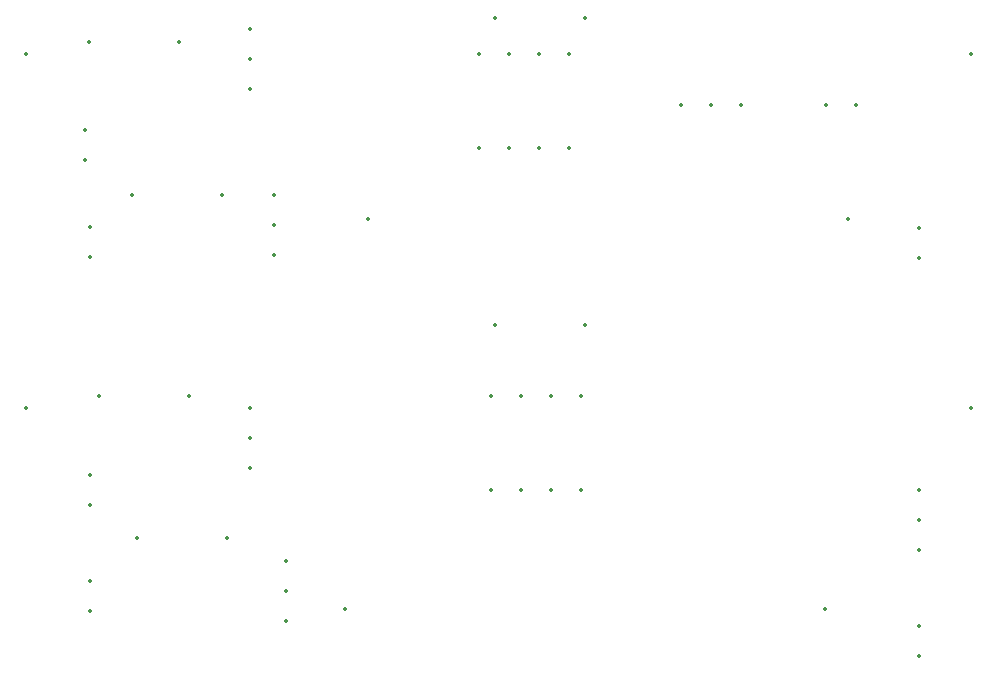
<source format=gbr>
%TF.GenerationSoftware,KiCad,Pcbnew,8.0.6*%
%TF.CreationDate,2025-01-22T12:45:06+00:00*%
%TF.ProjectId,custom_driver,63757374-6f6d-45f6-9472-697665722e6b,rev?*%
%TF.SameCoordinates,Original*%
%TF.FileFunction,Legend,Bot*%
%TF.FilePolarity,Positive*%
%FSLAX46Y46*%
G04 Gerber Fmt 4.6, Leading zero omitted, Abs format (unit mm)*
G04 Created by KiCad (PCBNEW 8.0.6) date 2025-01-22 12:45:06*
%MOMM*%
%LPD*%
G01*
G04 APERTURE LIST*
%ADD10C,0.350000*%
G04 APERTURE END LIST*
D10*
X113000000Y-67000000D03*
X105380000Y-67000000D03*
X113810000Y-97000000D03*
X106190000Y-97000000D03*
X109000000Y-80000000D03*
X116620000Y-80000000D03*
X117000000Y-109000000D03*
X109380000Y-109000000D03*
X119000000Y-71000000D03*
X119000000Y-68460000D03*
X119000000Y-65920000D03*
X105000000Y-74460000D03*
X105000000Y-77000000D03*
X175600000Y-119000000D03*
X175600000Y-116460000D03*
X105400000Y-82700000D03*
X105400000Y-85240000D03*
X170300000Y-72400000D03*
X167760000Y-72400000D03*
X139685000Y-91000000D03*
X147305000Y-91000000D03*
X105400000Y-112700000D03*
X105400000Y-115240000D03*
X146000000Y-68060000D03*
X143460000Y-68060000D03*
X140920000Y-68060000D03*
X138380000Y-68060000D03*
X138380000Y-76000000D03*
X140920000Y-76000000D03*
X143460000Y-76000000D03*
X146000000Y-76000000D03*
X180000000Y-68000000D03*
X175600000Y-110025000D03*
X175600000Y-107485000D03*
X175600000Y-104945000D03*
X175600000Y-85300000D03*
X175600000Y-82760000D03*
X100000000Y-98000000D03*
X122000000Y-116080000D03*
X122000000Y-113540000D03*
X122000000Y-111000000D03*
X121000000Y-85080000D03*
X121000000Y-82540000D03*
X121000000Y-80000000D03*
X127000000Y-115000000D03*
X167640000Y-115000000D03*
X139685000Y-65000000D03*
X147305000Y-65000000D03*
X100000000Y-68000000D03*
X160525000Y-72400000D03*
X157985000Y-72400000D03*
X155445000Y-72400000D03*
X119000000Y-103080000D03*
X119000000Y-100540000D03*
X119000000Y-98000000D03*
X129000000Y-82000000D03*
X169640000Y-82000000D03*
X147000000Y-97000000D03*
X144460000Y-97000000D03*
X141920000Y-97000000D03*
X139380000Y-97000000D03*
X139380000Y-104940000D03*
X141920000Y-104940000D03*
X144460000Y-104940000D03*
X147000000Y-104940000D03*
X105400000Y-103700000D03*
X105400000Y-106240000D03*
X180000000Y-98000000D03*
M02*

</source>
